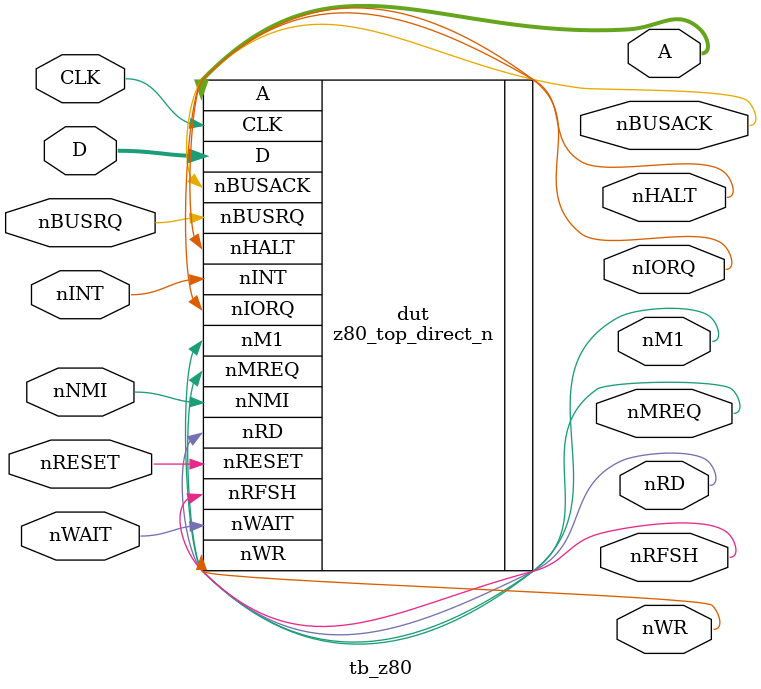
<source format=sv>
`timescale 1ns/1ps

module tb_z80(
    input CLK,
    input nRESET,
    output [15:0] A,
    inout [7:0] D,
    output nM1,
    output nMREQ,
    output nIORQ,
    output nRD,
    output nWR,
    output nRFSH,
    output nHALT,
    output nBUSACK,
    input nWAIT,
    input nINT,
    input nNMI,
    input nBUSRQ
);

    z80_top_direct_n dut (
        .CLK(CLK),
        .nRESET(nRESET),
        .A(A),
        .D(D),
        .nM1(nM1),
        .nMREQ(nMREQ),
        .nIORQ(nIORQ),
        .nRD(nRD),
        .nWR(nWR),
        .nRFSH(nRFSH),
        .nHALT(nHALT),
        .nBUSACK(nBUSACK),
        .nWAIT(nWAIT),
        .nINT(nINT),
        .nNMI(nNMI),
        .nBUSRQ(nBUSRQ)
    );

endmodule

</source>
